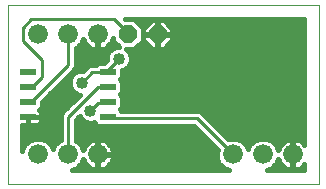
<source format=gtl>
G75*
%MOIN*%
%OFA0B0*%
%FSLAX25Y25*%
%IPPOS*%
%LPD*%
%AMOC8*
5,1,8,0,0,1.08239X$1,22.5*
%
%ADD10C,0.00000*%
%ADD11C,0.06600*%
%ADD12R,0.05512X0.01969*%
%ADD13OC8,0.06000*%
%ADD14C,0.01600*%
%ADD15C,0.01000*%
%ADD16C,0.04000*%
D10*
X0006800Y0006800D02*
X0006800Y0066761D01*
X0110501Y0066761D01*
X0110501Y0006800D01*
X0006800Y0006800D01*
D11*
X0016800Y0016800D03*
X0026800Y0016800D03*
X0036800Y0016800D03*
X0081800Y0016800D03*
X0091800Y0016800D03*
X0101800Y0016800D03*
X0036800Y0056800D03*
X0026800Y0056800D03*
X0016800Y0056800D03*
D12*
X0013398Y0044300D03*
X0013398Y0039339D03*
X0013398Y0034339D03*
X0013398Y0029339D03*
X0040202Y0029300D03*
X0040202Y0034300D03*
X0040202Y0039300D03*
X0040202Y0044300D03*
D13*
X0046800Y0056800D03*
X0056800Y0056800D03*
D14*
X0057000Y0057000D02*
X0061600Y0057000D01*
X0061600Y0058788D01*
X0058788Y0061600D01*
X0057000Y0061600D01*
X0057000Y0057000D01*
X0057000Y0056600D01*
X0061600Y0056600D01*
X0061600Y0054812D01*
X0058788Y0052000D01*
X0057000Y0052000D01*
X0057000Y0056600D01*
X0056600Y0056600D01*
X0056600Y0052000D01*
X0054812Y0052000D01*
X0052000Y0054812D01*
X0052000Y0056600D01*
X0056600Y0056600D01*
X0056600Y0057000D01*
X0056600Y0061600D01*
X0054812Y0061600D01*
X0052000Y0058788D01*
X0052000Y0057000D01*
X0056600Y0057000D01*
X0057000Y0057000D01*
X0057000Y0056354D02*
X0056600Y0056354D01*
X0056600Y0057952D02*
X0057000Y0057952D01*
X0057000Y0059551D02*
X0056600Y0059551D01*
X0056600Y0061149D02*
X0057000Y0061149D01*
X0059239Y0061149D02*
X0105701Y0061149D01*
X0105701Y0061961D02*
X0105701Y0020108D01*
X0105690Y0020122D01*
X0105122Y0020690D01*
X0104473Y0021162D01*
X0103758Y0021526D01*
X0102994Y0021774D01*
X0102201Y0021900D01*
X0102000Y0021900D01*
X0102000Y0017000D01*
X0101600Y0017000D01*
X0101600Y0021900D01*
X0101399Y0021900D01*
X0100606Y0021774D01*
X0099842Y0021526D01*
X0099127Y0021162D01*
X0098478Y0020690D01*
X0097910Y0020122D01*
X0097438Y0019473D01*
X0097074Y0018758D01*
X0096921Y0018287D01*
X0096293Y0019802D01*
X0094802Y0021293D01*
X0092854Y0022100D01*
X0090746Y0022100D01*
X0088798Y0021293D01*
X0087307Y0019802D01*
X0086800Y0018578D01*
X0086293Y0019802D01*
X0084802Y0021293D01*
X0082854Y0022100D01*
X0080746Y0022100D01*
X0080341Y0021932D01*
X0071208Y0031065D01*
X0070289Y0031446D01*
X0069295Y0031446D01*
X0044624Y0031446D01*
X0044270Y0031800D01*
X0044957Y0032487D01*
X0044957Y0036113D01*
X0044270Y0036800D01*
X0044957Y0037487D01*
X0044957Y0041113D01*
X0044270Y0041800D01*
X0044957Y0042487D01*
X0044957Y0044818D01*
X0045975Y0045240D01*
X0047100Y0046365D01*
X0047709Y0047835D01*
X0047709Y0049426D01*
X0047100Y0050897D01*
X0046197Y0051800D01*
X0048871Y0051800D01*
X0051800Y0054729D01*
X0051800Y0058871D01*
X0048871Y0061800D01*
X0045887Y0061800D01*
X0045726Y0061961D01*
X0105701Y0061961D01*
X0105701Y0059551D02*
X0060837Y0059551D01*
X0061600Y0057952D02*
X0105701Y0057952D01*
X0105701Y0056354D02*
X0061600Y0056354D01*
X0061544Y0054755D02*
X0105701Y0054755D01*
X0105701Y0053157D02*
X0059945Y0053157D01*
X0057000Y0053157D02*
X0056600Y0053157D01*
X0056600Y0054755D02*
X0057000Y0054755D01*
X0053655Y0053157D02*
X0050228Y0053157D01*
X0051800Y0054755D02*
X0052056Y0054755D01*
X0052000Y0056354D02*
X0051800Y0056354D01*
X0051800Y0057952D02*
X0052000Y0057952D01*
X0052763Y0059551D02*
X0051120Y0059551D01*
X0049522Y0061149D02*
X0054361Y0061149D01*
X0043898Y0052631D02*
X0041800Y0054729D01*
X0041800Y0055767D01*
X0041774Y0055606D01*
X0041526Y0054842D01*
X0041162Y0054127D01*
X0040690Y0053478D01*
X0040122Y0052910D01*
X0039473Y0052438D01*
X0038758Y0052074D01*
X0037994Y0051826D01*
X0037201Y0051700D01*
X0037000Y0051700D01*
X0037000Y0056600D01*
X0036600Y0056600D01*
X0036600Y0051700D01*
X0036399Y0051700D01*
X0035606Y0051826D01*
X0034842Y0052074D01*
X0034127Y0052438D01*
X0033478Y0052910D01*
X0032910Y0053478D01*
X0032438Y0054127D01*
X0032074Y0054842D01*
X0031921Y0055313D01*
X0031293Y0053798D01*
X0029802Y0052307D01*
X0029477Y0052172D01*
X0029477Y0046165D01*
X0029097Y0045246D01*
X0028393Y0044543D01*
X0018154Y0034304D01*
X0018154Y0032527D01*
X0017326Y0031698D01*
X0017595Y0031429D01*
X0017832Y0031018D01*
X0017954Y0030561D01*
X0017954Y0029339D01*
X0017954Y0028118D01*
X0017832Y0027660D01*
X0017595Y0027250D01*
X0017260Y0026915D01*
X0016849Y0026678D01*
X0016391Y0026555D01*
X0013398Y0026555D01*
X0013398Y0029339D01*
X0013398Y0029339D01*
X0013398Y0026555D01*
X0011600Y0026555D01*
X0011600Y0018096D01*
X0012307Y0019802D01*
X0013798Y0021293D01*
X0015746Y0022100D01*
X0017854Y0022100D01*
X0019802Y0021293D01*
X0021293Y0019802D01*
X0021800Y0018578D01*
X0022307Y0019802D01*
X0023798Y0021293D01*
X0024477Y0021575D01*
X0024477Y0029935D01*
X0024858Y0030854D01*
X0025561Y0031557D01*
X0030761Y0036757D01*
X0030611Y0036757D01*
X0029140Y0037366D01*
X0028015Y0038491D01*
X0027406Y0039961D01*
X0027406Y0041552D01*
X0028015Y0043023D01*
X0029140Y0044148D01*
X0030611Y0044757D01*
X0031871Y0044757D01*
X0033435Y0046321D01*
X0034354Y0046702D01*
X0036035Y0046702D01*
X0036617Y0047284D01*
X0038827Y0047284D01*
X0039709Y0048166D01*
X0039709Y0049426D01*
X0040318Y0050897D01*
X0041444Y0052022D01*
X0042914Y0052631D01*
X0043898Y0052631D01*
X0043372Y0053157D02*
X0040369Y0053157D01*
X0040980Y0051558D02*
X0029477Y0051558D01*
X0030652Y0053157D02*
X0033231Y0053157D01*
X0032118Y0054755D02*
X0031690Y0054755D01*
X0036600Y0054755D02*
X0037000Y0054755D01*
X0037000Y0053157D02*
X0036600Y0053157D01*
X0036600Y0056354D02*
X0037000Y0056354D01*
X0041482Y0054755D02*
X0041800Y0054755D01*
X0046439Y0051558D02*
X0105701Y0051558D01*
X0105701Y0049960D02*
X0047488Y0049960D01*
X0047709Y0048361D02*
X0105701Y0048361D01*
X0105701Y0046763D02*
X0047265Y0046763D01*
X0045793Y0045164D02*
X0105701Y0045164D01*
X0105701Y0043566D02*
X0044957Y0043566D01*
X0044437Y0041967D02*
X0105701Y0041967D01*
X0105701Y0040369D02*
X0044957Y0040369D01*
X0044957Y0038770D02*
X0105701Y0038770D01*
X0105701Y0037172D02*
X0044642Y0037172D01*
X0044957Y0035573D02*
X0105701Y0035573D01*
X0105701Y0033975D02*
X0044957Y0033975D01*
X0044846Y0032376D02*
X0105701Y0032376D01*
X0105701Y0030778D02*
X0071496Y0030778D01*
X0073094Y0029179D02*
X0105701Y0029179D01*
X0105701Y0027581D02*
X0074693Y0027581D01*
X0076291Y0025982D02*
X0105701Y0025982D01*
X0105701Y0024384D02*
X0077890Y0024384D01*
X0079488Y0022785D02*
X0105701Y0022785D01*
X0105701Y0021187D02*
X0104425Y0021187D01*
X0102000Y0021187D02*
X0101600Y0021187D01*
X0101600Y0019588D02*
X0102000Y0019588D01*
X0102000Y0017990D02*
X0101600Y0017990D01*
X0101600Y0016600D02*
X0102000Y0016600D01*
X0102000Y0011700D01*
X0102201Y0011700D01*
X0102994Y0011826D01*
X0103758Y0012074D01*
X0104473Y0012438D01*
X0105122Y0012910D01*
X0105690Y0013478D01*
X0105701Y0013492D01*
X0105701Y0011600D01*
X0093096Y0011600D01*
X0094802Y0012307D01*
X0096293Y0013798D01*
X0096921Y0015313D01*
X0097074Y0014842D01*
X0097438Y0014127D01*
X0097910Y0013478D01*
X0098478Y0012910D01*
X0099127Y0012438D01*
X0099842Y0012074D01*
X0100606Y0011826D01*
X0101399Y0011700D01*
X0101600Y0011700D01*
X0101600Y0016600D01*
X0101600Y0016391D02*
X0102000Y0016391D01*
X0102000Y0014793D02*
X0101600Y0014793D01*
X0101600Y0013194D02*
X0102000Y0013194D01*
X0105407Y0013194D02*
X0105701Y0013194D01*
X0098193Y0013194D02*
X0095689Y0013194D01*
X0096705Y0014793D02*
X0097099Y0014793D01*
X0097522Y0019588D02*
X0096382Y0019588D01*
X0094909Y0021187D02*
X0099175Y0021187D01*
X0088691Y0021187D02*
X0084909Y0021187D01*
X0086382Y0019588D02*
X0087218Y0019588D01*
X0078798Y0012307D02*
X0077307Y0013798D01*
X0076500Y0015746D01*
X0076500Y0017854D01*
X0076748Y0018454D01*
X0068757Y0026446D01*
X0043916Y0026446D01*
X0043786Y0026316D01*
X0036617Y0026316D01*
X0035446Y0027487D01*
X0035446Y0027527D01*
X0035155Y0027406D01*
X0033563Y0027406D01*
X0032093Y0028015D01*
X0030968Y0029140D01*
X0030748Y0029673D01*
X0029477Y0028402D01*
X0029477Y0021428D01*
X0029802Y0021293D01*
X0031293Y0019802D01*
X0031921Y0018287D01*
X0032074Y0018758D01*
X0032438Y0019473D01*
X0032910Y0020122D01*
X0033478Y0020690D01*
X0034127Y0021162D01*
X0034842Y0021526D01*
X0035606Y0021774D01*
X0036399Y0021900D01*
X0036600Y0021900D01*
X0036600Y0017000D01*
X0037000Y0017000D01*
X0037000Y0021900D01*
X0037201Y0021900D01*
X0037994Y0021774D01*
X0038758Y0021526D01*
X0039473Y0021162D01*
X0040122Y0020690D01*
X0040690Y0020122D01*
X0041162Y0019473D01*
X0041526Y0018758D01*
X0041774Y0017994D01*
X0041900Y0017201D01*
X0041900Y0017000D01*
X0037000Y0017000D01*
X0037000Y0016600D01*
X0041900Y0016600D01*
X0041900Y0016399D01*
X0041774Y0015606D01*
X0041526Y0014842D01*
X0041162Y0014127D01*
X0040690Y0013478D01*
X0040122Y0012910D01*
X0039473Y0012438D01*
X0038758Y0012074D01*
X0037994Y0011826D01*
X0037201Y0011700D01*
X0037000Y0011700D01*
X0037000Y0016600D01*
X0036600Y0016600D01*
X0036600Y0011700D01*
X0036399Y0011700D01*
X0035606Y0011826D01*
X0034842Y0012074D01*
X0034127Y0012438D01*
X0033478Y0012910D01*
X0032910Y0013478D01*
X0032438Y0014127D01*
X0032074Y0014842D01*
X0031921Y0015313D01*
X0031293Y0013798D01*
X0029802Y0012307D01*
X0028096Y0011600D01*
X0080504Y0011600D01*
X0078798Y0012307D01*
X0077911Y0013194D02*
X0040407Y0013194D01*
X0041501Y0014793D02*
X0076895Y0014793D01*
X0076500Y0016391D02*
X0041899Y0016391D01*
X0041775Y0017990D02*
X0076556Y0017990D01*
X0075614Y0019588D02*
X0041078Y0019588D01*
X0039425Y0021187D02*
X0074016Y0021187D01*
X0072417Y0022785D02*
X0029477Y0022785D01*
X0029909Y0021187D02*
X0034175Y0021187D01*
X0032522Y0019588D02*
X0031382Y0019588D01*
X0036600Y0019588D02*
X0037000Y0019588D01*
X0037000Y0017990D02*
X0036600Y0017990D01*
X0036600Y0016391D02*
X0037000Y0016391D01*
X0037000Y0014793D02*
X0036600Y0014793D01*
X0036600Y0013194D02*
X0037000Y0013194D01*
X0033193Y0013194D02*
X0030689Y0013194D01*
X0031705Y0014793D02*
X0032099Y0014793D01*
X0036600Y0021187D02*
X0037000Y0021187D01*
X0029477Y0024384D02*
X0070819Y0024384D01*
X0069220Y0025982D02*
X0029477Y0025982D01*
X0029477Y0027581D02*
X0033142Y0027581D01*
X0030952Y0029179D02*
X0030254Y0029179D01*
X0026380Y0032376D02*
X0018004Y0032376D01*
X0017896Y0030778D02*
X0024826Y0030778D01*
X0024477Y0029179D02*
X0017954Y0029179D01*
X0017954Y0029339D02*
X0013399Y0029339D01*
X0013399Y0029339D01*
X0017954Y0029339D01*
X0017786Y0027581D02*
X0024477Y0027581D01*
X0024477Y0025982D02*
X0011600Y0025982D01*
X0011600Y0024384D02*
X0024477Y0024384D01*
X0024477Y0022785D02*
X0011600Y0022785D01*
X0011600Y0021187D02*
X0013691Y0021187D01*
X0012218Y0019588D02*
X0011600Y0019588D01*
X0019909Y0021187D02*
X0023691Y0021187D01*
X0022218Y0019588D02*
X0021382Y0019588D01*
X0013398Y0027581D02*
X0013398Y0027581D01*
X0013398Y0029179D02*
X0013398Y0029179D01*
X0018154Y0033975D02*
X0027979Y0033975D01*
X0029577Y0035573D02*
X0019424Y0035573D01*
X0021022Y0037172D02*
X0029609Y0037172D01*
X0027900Y0038770D02*
X0022621Y0038770D01*
X0024219Y0040369D02*
X0027406Y0040369D01*
X0027578Y0041967D02*
X0025818Y0041967D01*
X0027416Y0043566D02*
X0028559Y0043566D01*
X0029015Y0045164D02*
X0032278Y0045164D01*
X0029477Y0046763D02*
X0036096Y0046763D01*
X0039709Y0048361D02*
X0029477Y0048361D01*
X0029477Y0049960D02*
X0039930Y0049960D01*
D15*
X0043709Y0048631D02*
X0039772Y0044694D01*
X0040202Y0044300D01*
X0039772Y0044202D01*
X0034851Y0044202D01*
X0031406Y0040757D01*
X0036820Y0039280D02*
X0026977Y0029438D01*
X0026977Y0017135D01*
X0026800Y0016800D01*
X0040265Y0028946D02*
X0040202Y0029300D01*
X0040757Y0028946D01*
X0069792Y0028946D01*
X0081603Y0017135D01*
X0081800Y0016800D01*
X0040202Y0034300D02*
X0039772Y0033867D01*
X0036820Y0033867D01*
X0034359Y0031406D01*
X0036820Y0039280D02*
X0039772Y0039280D01*
X0040202Y0039300D01*
X0026977Y0046662D02*
X0026977Y0056505D01*
X0026800Y0056800D01*
X0014674Y0061918D02*
X0042233Y0061918D01*
X0047154Y0056997D01*
X0046800Y0056800D01*
X0026977Y0046662D02*
X0014674Y0034359D01*
X0013690Y0034359D01*
X0013398Y0034339D01*
X0013398Y0039339D02*
X0013690Y0039772D01*
X0015166Y0039772D01*
X0018119Y0042725D01*
X0018119Y0048139D01*
X0011721Y0054536D01*
X0011721Y0058965D01*
X0014674Y0061918D01*
D16*
X0043709Y0048631D03*
X0031406Y0040757D03*
X0034359Y0031406D03*
M02*

</source>
